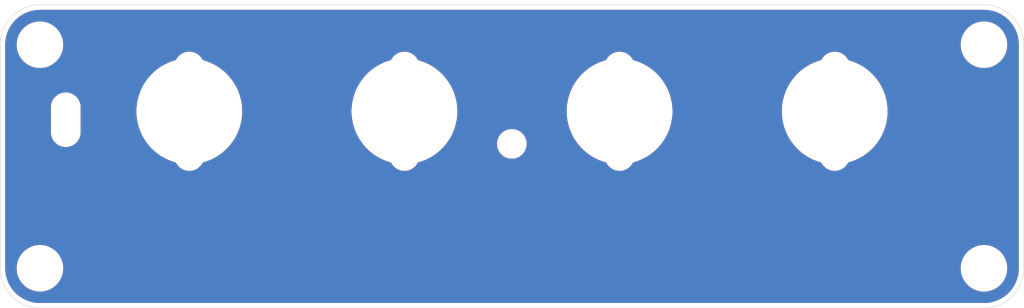
<source format=kicad_pcb>
(kicad_pcb (version 20240108) (generator "pcbnew") (generator_version "8.0")
  (layers (0 "F.Cu" signal "Top Layer") (31 "B.Cu" signal "Bottom Layer") (34 "B.Paste" user "Bottom Paste") (35 "F.Paste" user "Top Paste") (36 "B.SilkS" user "Bottom Overlay") (37 "F.SilkS" user "Top Overlay") (38 "B.Mask" user "Bottom Solder") (39 "F.Mask" user "Top Solder") (44 "Edge.Cuts" user))
  (net 0 "")
  (footprint "" (layer "F.Cu") (at 180.976095 100.458605)
    (property "Reference" "" (at 0 0 0) (layer "F.SilkS") (effects (font (size 1.27 1.27))))
    (property "Value" "")
    (pad "" np_thru_hole oval (at 0 0) (size 10.15 10.15) (drill oval 10.15) (layers "F&B.Cu" "*.Mask"))
  )
  (footprint "" (layer "F.Cu") (at 100.994745 93.759955)
    (property "Reference" "" (at 0 0.25 0) (layer "F.SilkS") (effects (font (size 1.27 1.27))))
    (property "Value" "")
    (pad "" np_thru_hole oval (at 0 0) (size 4.191 4.191) (drill oval 4.191) (layers "F&B.Cu" "*.Mask"))
  )
  (footprint "" (layer "F.Cu") (at 103.594745 101.309955)
    (property "Reference" "" (at 0 0 0) (layer "F.SilkS") (effects (font (size 1.27 1.27))))
    (property "Value" "")
    (pad "" np_thru_hole oval (at 0 0 270) (size 5 2.5) (drill oval 5 2.5) (layers "F&B.Cu" "*.Mask"))
  )
  (footprint "" (layer "F.Cu") (at 159.326095 100.458605)
    (property "Reference" "" (at 0 0 0) (layer "F.SilkS") (effects (font (size 1.27 1.27))))
    (property "Value" "")
    (pad "" np_thru_hole oval (at 0 0 270) (size 11.5 2.5) (drill oval 11.5 2.5) (layers "F&B.Cu" "*.Mask"))
  )
  (footprint "" (layer "F.Cu") (at 195.994745 116.259955)
    (property "Reference" "" (at 0 0 0) (layer "F.SilkS") (effects (font (size 1.27 1.27))))
    (property "Value" "")
    (pad "" np_thru_hole oval (at 0 0) (size 4.191 4.191) (drill oval 4.191) (layers "F&B.Cu" "*.Mask"))
  )
  (footprint "" (layer "F.Cu") (at 137.676095 100.458605)
    (property "Reference" "" (at 0 0 0) (layer "F.SilkS") (effects (font (size 1.27 1.27))))
    (property "Value" "")
    (pad "" np_thru_hole oval (at 0 0) (size 10.15 10.15) (drill oval 10.15) (layers "F&B.Cu" "*.Mask"))
  )
  (footprint "" (layer "F.Cu") (at 116.026095 100.458605)
    (property "Reference" "" (at 0 0 0) (layer "F.SilkS") (effects (font (size 1.27 1.27))))
    (property "Value" "")
    (pad "" np_thru_hole oval (at 0 0 270) (size 11.5 2.5) (drill oval 11.5 2.5) (layers "F&B.Cu" "*.Mask"))
  )
  (footprint "" (layer "F.Cu") (at 137.676095 100.458605)
    (property "Reference" "" (at 0 0 0) (layer "F.SilkS") (effects (font (size 1.27 1.27))))
    (property "Value" "")
    (pad "" np_thru_hole oval (at 0 0 270) (size 11.5 2.5) (drill oval 11.5 2.5) (layers "F&B.Cu" "*.Mask"))
  )
  (footprint "" (layer "F.Cu") (at 180.976095 100.458605)
    (property "Reference" "" (at 0 0 0) (layer "F.SilkS") (effects (font (size 1.27 1.27))))
    (property "Value" "")
    (pad "" np_thru_hole oval (at 0 0 270) (size 11.5 2.5) (drill oval 11.5 2.5) (layers "F&B.Cu" "*.Mask"))
  )
  (footprint "" (layer "F.Cu") (at 159.326095 100.458605)
    (property "Reference" "" (at 0 0 0) (layer "F.SilkS") (effects (font (size 1.27 1.27))))
    (property "Value" "")
    (pad "" np_thru_hole oval (at 0 0) (size 10.15 10.15) (drill oval 10.15) (layers "F&B.Cu" "*.Mask"))
  )
  (footprint "" (layer "F.Cu") (at 195.994745 93.759955)
    (property "Reference" "" (at 0 0 0) (layer "F.SilkS") (effects (font (size 1.27 1.27))))
    (property "Value" "")
    (pad "" np_thru_hole oval (at 0 0) (size 4.191 4.191) (drill oval 4.191) (layers "F&B.Cu" "*.Mask"))
  )
  (footprint "" (layer "F.Cu") (at 116.026095 100.458605)
    (property "Reference" "" (at 0 0 0) (layer "F.SilkS") (effects (font (size 1.27 1.27))))
    (property "Value" "")
    (pad "" np_thru_hole oval (at 0 0) (size 10.15 10.15) (drill oval 10.15) (layers "F&B.Cu" "*.Mask"))
  )
  (footprint "" (layer "F.Cu") (at 100.994745 116.259955)
    (property "Reference" "" (at 0 0 0) (layer "F.SilkS") (effects (font (size 1.27 1.27))))
    (property "Value" "")
    (pad "" np_thru_hole oval (at 0 0) (size 4.191 4.191) (drill oval 4.191) (layers "F&B.Cu" "*.Mask"))
  )
  (gr_line (start 200.001105 93.743605) (end 200.001095 116.263608) (stroke (width 0.05)) (layer "Edge.Cuts"))
  (gr_line (start 97.001095 116.263605) (end 97.001105 93.743604) (stroke (width 0.05)) (layer "Edge.Cuts"))
  (gr_arc (start 97.001105 93.743604) (mid 98.169749 90.922249) (end 100.991105 89.753605) (stroke (width 0.05)) (layer "Edge.Cuts"))
  (gr_arc (start 100.991098 120.253605) (mid 98.169741 119.084963) (end 97.001095 116.263607) (stroke (width 0.05)) (layer "Edge.Cuts"))
  (gr_line (start 100.991105 89.753595) (end 196.011099 89.753605) (stroke (width 0.05)) (layer "Edge.Cuts"))
  (gr_arc (start 196.011099 89.753605) (mid 198.832503 90.92223) (end 200.001105 93.743606) (stroke (width 0.05)) (layer "Edge.Cuts"))
  (gr_line (start 196.011095 120.253605) (end 100.991098 120.253605) (stroke (width 0.05)) (layer "Edge.Cuts"))
  (gr_arc (start 200.001095 116.263608) (mid 198.832449 119.084963) (end 196.011093 120.253605) (stroke (width 0.05)) (layer "Edge.Cuts"))
  (zone (net 0) (net_name "") (layer "F.Cu") (connect_pads (clearance 0)) (min_thickness 0.25)
    (keepout (tracks not_allowed) (vias not_allowed) (pads not_allowed) (copperpour not_allowed) (footprints allowed))
    (fill (thermal_gap 0.5) (thermal_bridge_width 0.5))
    (polygon (pts (xy 149.988396 103.736305) (xy 149.967938 103.489413) (xy 149.907122 103.249255) (xy 149.807607 103.022383) (xy 149.672107 102.814985) (xy 149.504318 102.632718) (xy 149.308818 102.480554) (xy 149.090939 102.362644) (xy 148.856623 102.282204) (xy 148.612264 102.241427) (xy 148.364526 102.241427) (xy 148.120167 102.282204) (xy 147.885851 102.362644) (xy 147.667972 102.480554) (xy 147.472472 102.632718) (xy 147.304683 102.814985) (xy 147.169183 103.022383) (xy 147.069668 103.249255) (xy 147.008852 103.489413) (xy 146.988394 103.736305) (xy 147.008852 103.983197) (xy 147.069668 104.223355) (xy 147.169183 104.450227) (xy 147.304683 104.657625) (xy 147.472472 104.839892) (xy 147.667972 104.992056) (xy 147.885851 105.109966) (xy 148.120167 105.190406) (xy 148.364526 105.231183) (xy 148.612264 105.231183) (xy 148.856623 105.190406) (xy 149.090939 105.109966) (xy 149.308818 104.992056) (xy 149.504318 104.839892) (xy 149.672107 104.657625) (xy 149.807607 104.450227) (xy 149.907122 104.223355) (xy 149.967938 103.983197) (xy 149.988396 103.736305)))
  )
  (zone (net 0) (net_name "") (layer "F.Cu") (connect_pads (clearance 0.5)) (min_thickness 0.25) (fill yes (thermal_gap 0.254) (thermal_bridge_width 0.254))
    (polygon (pts (xy 96.994745 120.259955) (xy 96.994745 89.259955) (xy 199.994745 89.259955) (xy 199.994745 120.259955)))
  )
  (zone (net 0) (net_name "") (layer "B.Cu") (priority 1) (connect_pads (clearance 0.5)) (min_thickness 0.25) (fill yes (thermal_gap 0.254) (thermal_bridge_width 0.254))
    (polygon (pts (xy 96.994745 120.259955) (xy 96.994745 89.259955) (xy 199.994745 89.259955) (xy 199.994745 120.259955)))
  )
  (zone (net 0) (net_name "") (layer "B.Cu") (connect_pads (clearance 0)) (min_thickness 0.25)
    (keepout (tracks not_allowed) (vias not_allowed) (pads not_allowed) (copperpour not_allowed) (footprints allowed))
    (fill (thermal_gap 0.5) (thermal_bridge_width 0.5))
    (polygon (pts (xy 149.975686 103.739005) (xy 149.955228 103.492113) (xy 149.894412 103.251955) (xy 149.794897 103.025083) (xy 149.659397 102.817685) (xy 149.491608 102.635418) (xy 149.296108 102.483254) (xy 149.078229 102.365344) (xy 148.843913 102.284904) (xy 148.599554 102.244127) (xy 148.351816 102.244127) (xy 148.107457 102.284904) (xy 147.873141 102.365344) (xy 147.655262 102.483254) (xy 147.459762 102.635418) (xy 147.291973 102.817685) (xy 147.156473 103.025083) (xy 147.056958 103.251955) (xy 146.996142 103.492113) (xy 146.975684 103.739005) (xy 146.996142 103.985897) (xy 147.056958 104.226055) (xy 147.156473 104.452927) (xy 147.291973 104.660325) (xy 147.459762 104.842592) (xy 147.655262 104.994756) (xy 147.873141 105.112666) (xy 148.107457 105.193106) (xy 148.351816 105.233883) (xy 148.599554 105.233883) (xy 148.843913 105.193106) (xy 149.078229 105.112666) (xy 149.296108 104.994756) (xy 149.491608 104.842592) (xy 149.659397 104.660325) (xy 149.794897 104.452927) (xy 149.894412 104.226055) (xy 149.955228 103.985897) (xy 149.975686 103.739005)))
  )
)
</source>
